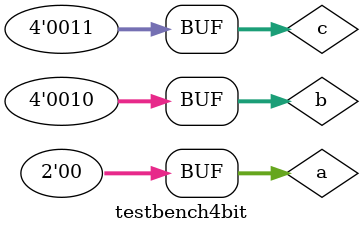
<source format=v>
module testbench4bit;
 reg [1:0]a;
 reg [3:0]b;
 reg [3:0]c;

wire [3:0]s;
alutest alutest_bench(a,b,c,s);
initial
   
   begin
            a=2'b00;
            b=4'b0010;
            c=4'b0011;
       $monitor("%b %b %b %b",a,b,c,s);
  end
     
endmodule
</source>
